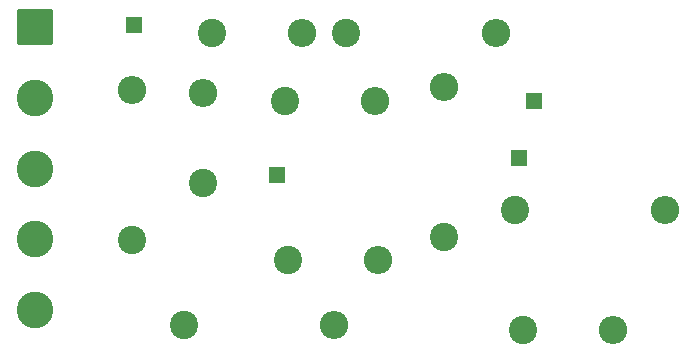
<source format=gbr>
%TF.GenerationSoftware,KiCad,Pcbnew,(6.0.1-0)*%
%TF.CreationDate,2022-08-29T12:54:46-04:00*%
%TF.ProjectId,Practice PCB,50726163-7469-4636-9520-5043422e6b69,rev?*%
%TF.SameCoordinates,Original*%
%TF.FileFunction,Soldermask,Bot*%
%TF.FilePolarity,Negative*%
%FSLAX46Y46*%
G04 Gerber Fmt 4.6, Leading zero omitted, Abs format (unit mm)*
G04 Created by KiCad (PCBNEW (6.0.1-0)) date 2022-08-29 12:54:46*
%MOMM*%
%LPD*%
G01*
G04 APERTURE LIST*
G04 Aperture macros list*
%AMRoundRect*
0 Rectangle with rounded corners*
0 $1 Rounding radius*
0 $2 $3 $4 $5 $6 $7 $8 $9 X,Y pos of 4 corners*
0 Add a 4 corners polygon primitive as box body*
4,1,4,$2,$3,$4,$5,$6,$7,$8,$9,$2,$3,0*
0 Add four circle primitives for the rounded corners*
1,1,$1+$1,$2,$3*
1,1,$1+$1,$4,$5*
1,1,$1+$1,$6,$7*
1,1,$1+$1,$8,$9*
0 Add four rect primitives between the rounded corners*
20,1,$1+$1,$2,$3,$4,$5,0*
20,1,$1+$1,$4,$5,$6,$7,0*
20,1,$1+$1,$6,$7,$8,$9,0*
20,1,$1+$1,$8,$9,$2,$3,0*%
G04 Aperture macros list end*
%ADD10C,2.400000*%
%ADD11O,2.400000X2.400000*%
%ADD12R,1.350000X1.350000*%
%ADD13RoundRect,0.249999X-1.300001X1.300001X-1.300001X-1.300001X1.300001X-1.300001X1.300001X1.300001X0*%
%ADD14C,3.100000*%
G04 APERTURE END LIST*
D10*
%TO.C,R5*%
X76600000Y-60850000D03*
D11*
X76600000Y-48150000D03*
%TD*%
D10*
%TO.C,R7*%
X56200000Y-56310000D03*
D11*
X56200000Y-48690000D03*
%TD*%
D10*
%TO.C,R1*%
X57000000Y-43600000D03*
D11*
X64620000Y-43600000D03*
%TD*%
D10*
%TO.C,R14*%
X82650000Y-58600000D03*
D11*
X95350000Y-58600000D03*
%TD*%
D10*
%TO.C,R8*%
X54650000Y-68300000D03*
D11*
X67350000Y-68300000D03*
%TD*%
D10*
%TO.C,R13*%
X63400000Y-62800000D03*
D11*
X71020000Y-62800000D03*
%TD*%
D10*
%TO.C,R4*%
X83290000Y-68800000D03*
D11*
X90910000Y-68800000D03*
%TD*%
D10*
%TO.C,R2*%
X68360000Y-43600000D03*
D11*
X81060000Y-43600000D03*
%TD*%
D12*
%TO.C,J4*%
X84300000Y-49400000D03*
%TD*%
D13*
%TO.C,J3*%
X42000000Y-43100000D03*
D14*
X42000000Y-49100000D03*
X42000000Y-55100000D03*
X42000000Y-61100000D03*
X42000000Y-67100000D03*
%TD*%
D12*
%TO.C,J5*%
X62500000Y-55600000D03*
%TD*%
%TO.C,J2*%
X83000000Y-54200000D03*
%TD*%
%TO.C,J1*%
X50400000Y-42900000D03*
%TD*%
D10*
%TO.C,R10*%
X63190000Y-49400000D03*
D11*
X70810000Y-49400000D03*
%TD*%
D10*
%TO.C,R11*%
X50200000Y-61150000D03*
D11*
X50200000Y-48450000D03*
%TD*%
M02*

</source>
